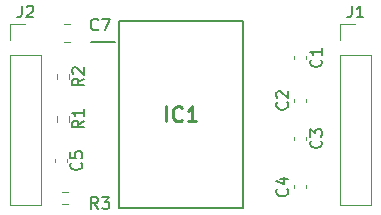
<source format=gbr>
%TF.GenerationSoftware,KiCad,Pcbnew,(6.0.7)*%
%TF.CreationDate,2023-04-08T21:33:57+09:00*%
%TF.ProjectId,motordriver,6d6f746f-7264-4726-9976-65722e6b6963,rev?*%
%TF.SameCoordinates,Original*%
%TF.FileFunction,Legend,Top*%
%TF.FilePolarity,Positive*%
%FSLAX46Y46*%
G04 Gerber Fmt 4.6, Leading zero omitted, Abs format (unit mm)*
G04 Created by KiCad (PCBNEW (6.0.7)) date 2023-04-08 21:33:57*
%MOMM*%
%LPD*%
G01*
G04 APERTURE LIST*
%ADD10C,0.150000*%
%ADD11C,0.254000*%
%ADD12C,0.120000*%
%ADD13C,0.200000*%
G04 APERTURE END LIST*
D10*
%TO.C,R2*%
X134310380Y-95684266D02*
X133834190Y-96017600D01*
X134310380Y-96255695D02*
X133310380Y-96255695D01*
X133310380Y-95874742D01*
X133358000Y-95779504D01*
X133405619Y-95731885D01*
X133500857Y-95684266D01*
X133643714Y-95684266D01*
X133738952Y-95731885D01*
X133786571Y-95779504D01*
X133834190Y-95874742D01*
X133834190Y-96255695D01*
X133405619Y-95303314D02*
X133358000Y-95255695D01*
X133310380Y-95160457D01*
X133310380Y-94922361D01*
X133358000Y-94827123D01*
X133405619Y-94779504D01*
X133500857Y-94731885D01*
X133596095Y-94731885D01*
X133738952Y-94779504D01*
X134310380Y-95350933D01*
X134310380Y-94731885D01*
%TO.C,C3*%
X154367242Y-100929066D02*
X154414861Y-100976685D01*
X154462480Y-101119542D01*
X154462480Y-101214780D01*
X154414861Y-101357638D01*
X154319623Y-101452876D01*
X154224385Y-101500495D01*
X154033909Y-101548114D01*
X153891052Y-101548114D01*
X153700576Y-101500495D01*
X153605338Y-101452876D01*
X153510100Y-101357638D01*
X153462480Y-101214780D01*
X153462480Y-101119542D01*
X153510100Y-100976685D01*
X153557719Y-100929066D01*
X153462480Y-100595733D02*
X153462480Y-99976685D01*
X153843433Y-100310019D01*
X153843433Y-100167161D01*
X153891052Y-100071923D01*
X153938671Y-100024304D01*
X154033909Y-99976685D01*
X154272004Y-99976685D01*
X154367242Y-100024304D01*
X154414861Y-100071923D01*
X154462480Y-100167161D01*
X154462480Y-100452876D01*
X154414861Y-100548114D01*
X154367242Y-100595733D01*
%TO.C,J2*%
X129031166Y-89502780D02*
X129031166Y-90217066D01*
X128983547Y-90359923D01*
X128888309Y-90455161D01*
X128745452Y-90502780D01*
X128650214Y-90502780D01*
X129459738Y-89598019D02*
X129507357Y-89550400D01*
X129602595Y-89502780D01*
X129840690Y-89502780D01*
X129935928Y-89550400D01*
X129983547Y-89598019D01*
X130031166Y-89693257D01*
X130031166Y-89788495D01*
X129983547Y-89931352D01*
X129412119Y-90502780D01*
X130031166Y-90502780D01*
%TO.C,J1*%
X156971166Y-89502780D02*
X156971166Y-90217066D01*
X156923547Y-90359923D01*
X156828309Y-90455161D01*
X156685452Y-90502780D01*
X156590214Y-90502780D01*
X157971166Y-90502780D02*
X157399738Y-90502780D01*
X157685452Y-90502780D02*
X157685452Y-89502780D01*
X157590214Y-89645638D01*
X157494976Y-89740876D01*
X157399738Y-89788495D01*
%TO.C,C5*%
X134062742Y-102808066D02*
X134110361Y-102855685D01*
X134157980Y-102998542D01*
X134157980Y-103093780D01*
X134110361Y-103236638D01*
X134015123Y-103331876D01*
X133919885Y-103379495D01*
X133729409Y-103427114D01*
X133586552Y-103427114D01*
X133396076Y-103379495D01*
X133300838Y-103331876D01*
X133205600Y-103236638D01*
X133157980Y-103093780D01*
X133157980Y-102998542D01*
X133205600Y-102855685D01*
X133253219Y-102808066D01*
X133157980Y-101903304D02*
X133157980Y-102379495D01*
X133634171Y-102427114D01*
X133586552Y-102379495D01*
X133538933Y-102284257D01*
X133538933Y-102046161D01*
X133586552Y-101950923D01*
X133634171Y-101903304D01*
X133729409Y-101855685D01*
X133967504Y-101855685D01*
X134062742Y-101903304D01*
X134110361Y-101950923D01*
X134157980Y-102046161D01*
X134157980Y-102284257D01*
X134110361Y-102379495D01*
X134062742Y-102427114D01*
%TO.C,R3*%
X135497033Y-106726580D02*
X135163700Y-106250390D01*
X134925604Y-106726580D02*
X134925604Y-105726580D01*
X135306557Y-105726580D01*
X135401795Y-105774200D01*
X135449414Y-105821819D01*
X135497033Y-105917057D01*
X135497033Y-106059914D01*
X135449414Y-106155152D01*
X135401795Y-106202771D01*
X135306557Y-106250390D01*
X134925604Y-106250390D01*
X135830366Y-105726580D02*
X136449414Y-105726580D01*
X136116080Y-106107533D01*
X136258938Y-106107533D01*
X136354176Y-106155152D01*
X136401795Y-106202771D01*
X136449414Y-106298009D01*
X136449414Y-106536104D01*
X136401795Y-106631342D01*
X136354176Y-106678961D01*
X136258938Y-106726580D01*
X135973223Y-106726580D01*
X135877985Y-106678961D01*
X135830366Y-106631342D01*
%TO.C,R1*%
X134310380Y-99252066D02*
X133834190Y-99585400D01*
X134310380Y-99823495D02*
X133310380Y-99823495D01*
X133310380Y-99442542D01*
X133358000Y-99347304D01*
X133405619Y-99299685D01*
X133500857Y-99252066D01*
X133643714Y-99252066D01*
X133738952Y-99299685D01*
X133786571Y-99347304D01*
X133834190Y-99442542D01*
X133834190Y-99823495D01*
X134310380Y-98299685D02*
X134310380Y-98871114D01*
X134310380Y-98585400D02*
X133310380Y-98585400D01*
X133453238Y-98680638D01*
X133548476Y-98775876D01*
X133596095Y-98871114D01*
%TO.C,C4*%
X151507242Y-105018466D02*
X151554861Y-105066085D01*
X151602480Y-105208942D01*
X151602480Y-105304180D01*
X151554861Y-105447038D01*
X151459623Y-105542276D01*
X151364385Y-105589895D01*
X151173909Y-105637514D01*
X151031052Y-105637514D01*
X150840576Y-105589895D01*
X150745338Y-105542276D01*
X150650100Y-105447038D01*
X150602480Y-105304180D01*
X150602480Y-105208942D01*
X150650100Y-105066085D01*
X150697719Y-105018466D01*
X150935814Y-104161323D02*
X151602480Y-104161323D01*
X150554861Y-104399419D02*
X151269147Y-104637514D01*
X151269147Y-104018466D01*
D11*
%TO.C,IC1*%
X141281938Y-99304923D02*
X141281938Y-98034923D01*
X142612414Y-99183971D02*
X142551938Y-99244447D01*
X142370509Y-99304923D01*
X142249557Y-99304923D01*
X142068128Y-99244447D01*
X141947176Y-99123495D01*
X141886700Y-99002542D01*
X141826223Y-98760638D01*
X141826223Y-98579209D01*
X141886700Y-98337304D01*
X141947176Y-98216352D01*
X142068128Y-98095400D01*
X142249557Y-98034923D01*
X142370509Y-98034923D01*
X142551938Y-98095400D01*
X142612414Y-98155876D01*
X143821938Y-99304923D02*
X143096223Y-99304923D01*
X143459080Y-99304923D02*
X143459080Y-98034923D01*
X143338128Y-98216352D01*
X143217176Y-98337304D01*
X143096223Y-98397780D01*
D10*
%TO.C,C2*%
X151507242Y-97690266D02*
X151554861Y-97737885D01*
X151602480Y-97880742D01*
X151602480Y-97975980D01*
X151554861Y-98118838D01*
X151459623Y-98214076D01*
X151364385Y-98261695D01*
X151173909Y-98309314D01*
X151031052Y-98309314D01*
X150840576Y-98261695D01*
X150745338Y-98214076D01*
X150650100Y-98118838D01*
X150602480Y-97975980D01*
X150602480Y-97880742D01*
X150650100Y-97737885D01*
X150697719Y-97690266D01*
X150697719Y-97309314D02*
X150650100Y-97261695D01*
X150602480Y-97166457D01*
X150602480Y-96928361D01*
X150650100Y-96833123D01*
X150697719Y-96785504D01*
X150792957Y-96737885D01*
X150888195Y-96737885D01*
X151031052Y-96785504D01*
X151602480Y-97356933D01*
X151602480Y-96737885D01*
%TO.C,C7*%
X135522433Y-91518342D02*
X135474814Y-91565961D01*
X135331957Y-91613580D01*
X135236719Y-91613580D01*
X135093861Y-91565961D01*
X134998623Y-91470723D01*
X134951004Y-91375485D01*
X134903385Y-91185009D01*
X134903385Y-91042152D01*
X134951004Y-90851676D01*
X134998623Y-90756438D01*
X135093861Y-90661200D01*
X135236719Y-90613580D01*
X135331957Y-90613580D01*
X135474814Y-90661200D01*
X135522433Y-90708819D01*
X135855766Y-90613580D02*
X136522433Y-90613580D01*
X136093861Y-91613580D01*
%TO.C,C1*%
X154367242Y-94071066D02*
X154414861Y-94118685D01*
X154462480Y-94261542D01*
X154462480Y-94356780D01*
X154414861Y-94499638D01*
X154319623Y-94594876D01*
X154224385Y-94642495D01*
X154033909Y-94690114D01*
X153891052Y-94690114D01*
X153700576Y-94642495D01*
X153605338Y-94594876D01*
X153510100Y-94499638D01*
X153462480Y-94356780D01*
X153462480Y-94261542D01*
X153510100Y-94118685D01*
X153557719Y-94071066D01*
X154462480Y-93118685D02*
X154462480Y-93690114D01*
X154462480Y-93404400D02*
X153462480Y-93404400D01*
X153605338Y-93499638D01*
X153700576Y-93594876D01*
X153748195Y-93690114D01*
D12*
%TO.C,R2*%
X132017000Y-95754858D02*
X132017000Y-95280342D01*
X133062000Y-95754858D02*
X133062000Y-95280342D01*
%TO.C,C3*%
X153090100Y-100621820D02*
X153090100Y-100902980D01*
X152070100Y-100621820D02*
X152070100Y-100902980D01*
%TO.C,J2*%
X128034500Y-93650400D02*
X130694500Y-93650400D01*
X128034500Y-91050400D02*
X129364500Y-91050400D01*
X130694500Y-93650400D02*
X130694500Y-106410400D01*
X128034500Y-106410400D02*
X130694500Y-106410400D01*
X128034500Y-92380400D02*
X128034500Y-91050400D01*
X128034500Y-93650400D02*
X128034500Y-106410400D01*
%TO.C,J1*%
X155974500Y-106410400D02*
X158634500Y-106410400D01*
X155974500Y-91050400D02*
X157304500Y-91050400D01*
X158634500Y-93650400D02*
X158634500Y-106410400D01*
X155974500Y-93650400D02*
X158634500Y-93650400D01*
X155974500Y-93650400D02*
X155974500Y-106410400D01*
X155974500Y-92380400D02*
X155974500Y-91050400D01*
%TO.C,C5*%
X131851700Y-102782580D02*
X131851700Y-102501420D01*
X132871700Y-102782580D02*
X132871700Y-102501420D01*
%TO.C,R3*%
X132454642Y-106314100D02*
X132929158Y-106314100D01*
X132454642Y-105269100D02*
X132929158Y-105269100D01*
%TO.C,R1*%
X133062000Y-99324058D02*
X133062000Y-98849542D01*
X132017000Y-99324058D02*
X132017000Y-98849542D01*
%TO.C,C4*%
X152070100Y-104992380D02*
X152070100Y-104711220D01*
X153090100Y-104992380D02*
X153090100Y-104711220D01*
D13*
%TO.C,IC1*%
X147771700Y-106680400D02*
X137271700Y-106680400D01*
X134921700Y-92630400D02*
X136921700Y-92630400D01*
X137271700Y-106680400D02*
X137271700Y-90780400D01*
X137271700Y-90780400D02*
X147771700Y-90780400D01*
X147771700Y-90780400D02*
X147771700Y-106680400D01*
D12*
%TO.C,C2*%
X152070100Y-97664180D02*
X152070100Y-97383020D01*
X153090100Y-97664180D02*
X153090100Y-97383020D01*
%TO.C,C7*%
X132633848Y-91086600D02*
X133156352Y-91086600D01*
X132633848Y-92556600D02*
X133156352Y-92556600D01*
%TO.C,C1*%
X152070100Y-93763820D02*
X152070100Y-94044980D01*
X153090100Y-93763820D02*
X153090100Y-94044980D01*
%TD*%
M02*

</source>
